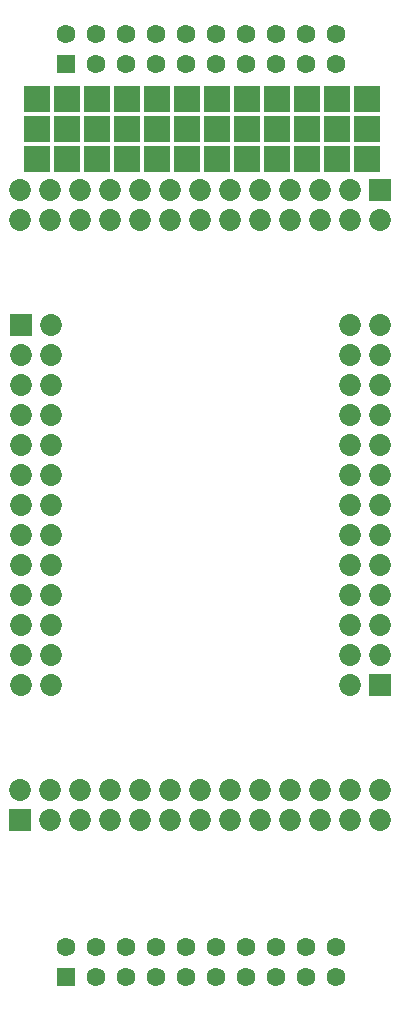
<source format=gbr>
%TF.GenerationSoftware,Altium Limited,Altium Designer,23.4.1 (23)*%
G04 Layer_Color=16711935*
%FSLAX45Y45*%
%MOMM*%
%TF.SameCoordinates,3C8645F9-427F-4EF9-BD5D-D69B0DC8593D*%
%TF.FilePolarity,Negative*%
%TF.FileFunction,Soldermask,Bot*%
%TF.Part,Single*%
G01*
G75*
%TA.AperFunction,ComponentPad*%
%ADD30C,1.85320*%
%ADD31R,1.85320X1.85320*%
%ADD32R,1.85320X1.85320*%
%TA.AperFunction,ViaPad*%
%ADD33R,2.20320X2.20320*%
%TA.AperFunction,ComponentPad*%
%ADD34R,1.59320X1.59320*%
%ADD35C,1.59320*%
D30*
X381000Y2976000D02*
D03*
X127000D02*
D03*
X381000Y3230000D02*
D03*
X127000D02*
D03*
X381000Y3484000D02*
D03*
X127000D02*
D03*
X381000Y3738000D02*
D03*
X127000D02*
D03*
X381000Y3992000D02*
D03*
X127000D02*
D03*
X381000Y4246000D02*
D03*
X127000D02*
D03*
X381000Y4500000D02*
D03*
X127000D02*
D03*
X381000Y4754000D02*
D03*
X127000D02*
D03*
X381000Y5008000D02*
D03*
X127000D02*
D03*
X381000Y5262000D02*
D03*
X127000D02*
D03*
X381000Y5516000D02*
D03*
X127000D02*
D03*
X381000Y5770000D02*
D03*
X127000D02*
D03*
X381000Y6024000D02*
D03*
X126000Y2087000D02*
D03*
X380000Y1833000D02*
D03*
Y2087000D02*
D03*
X634000Y1833000D02*
D03*
Y2087000D02*
D03*
X888000Y1833000D02*
D03*
Y2087000D02*
D03*
X1142000Y1833000D02*
D03*
Y2087000D02*
D03*
X1396000Y1833000D02*
D03*
Y2087000D02*
D03*
X1650000Y1833000D02*
D03*
Y2087000D02*
D03*
X1904000Y1833000D02*
D03*
Y2087000D02*
D03*
X2158000Y1833000D02*
D03*
Y2087000D02*
D03*
X2412000Y1833000D02*
D03*
Y2087000D02*
D03*
X2666000Y1833000D02*
D03*
Y2087000D02*
D03*
X2920000Y1833000D02*
D03*
Y2087000D02*
D03*
X3174000Y1833000D02*
D03*
Y2087000D02*
D03*
Y6913000D02*
D03*
X2920000Y7167000D02*
D03*
Y6913000D02*
D03*
X2666000Y7167000D02*
D03*
Y6913000D02*
D03*
X2412000Y7167000D02*
D03*
Y6913000D02*
D03*
X2158000Y7167000D02*
D03*
Y6913000D02*
D03*
X1904000Y7167000D02*
D03*
Y6913000D02*
D03*
X1650000Y7167000D02*
D03*
Y6913000D02*
D03*
X1396000Y7167000D02*
D03*
Y6913000D02*
D03*
X1142000Y7167000D02*
D03*
Y6913000D02*
D03*
X888000Y7167000D02*
D03*
Y6913000D02*
D03*
X634000Y7167000D02*
D03*
Y6913000D02*
D03*
X380000Y7167000D02*
D03*
Y6913000D02*
D03*
X126000Y7167000D02*
D03*
Y6913000D02*
D03*
X2919000Y2976000D02*
D03*
X3173000Y3230000D02*
D03*
X2919000D02*
D03*
X3173000Y3484000D02*
D03*
X2919000D02*
D03*
X3173000Y3738000D02*
D03*
X2919000D02*
D03*
X3173000Y3992000D02*
D03*
X2919000D02*
D03*
X3173000Y4246000D02*
D03*
X2919000D02*
D03*
X3173000Y4500000D02*
D03*
X2919000D02*
D03*
X3173000Y4754000D02*
D03*
X2919000D02*
D03*
X3173000Y5008000D02*
D03*
X2919000D02*
D03*
X3173000Y5262000D02*
D03*
X2919000D02*
D03*
X3173000Y5516000D02*
D03*
X2919000D02*
D03*
X3173000Y5770000D02*
D03*
X2919000D02*
D03*
X3173000Y6024000D02*
D03*
X2919000D02*
D03*
D31*
X127000D02*
D03*
X3173000Y2976000D02*
D03*
D32*
X126000Y1833000D02*
D03*
X3174000Y7167000D02*
D03*
D33*
X269875Y7429500D02*
D03*
X1031875D02*
D03*
X523875D02*
D03*
X777875D02*
D03*
X1285875D02*
D03*
X2047875D02*
D03*
X1793875D02*
D03*
X1539875D02*
D03*
X3063875D02*
D03*
X2809875D02*
D03*
X2301875D02*
D03*
X2555875D02*
D03*
X2301875Y7937500D02*
D03*
Y7683500D02*
D03*
X2555875D02*
D03*
Y7937500D02*
D03*
X3063875D02*
D03*
Y7683500D02*
D03*
X2809875D02*
D03*
Y7937500D02*
D03*
X1285875D02*
D03*
Y7683500D02*
D03*
X1539875D02*
D03*
Y7937500D02*
D03*
X2047875D02*
D03*
Y7683500D02*
D03*
X1793875D02*
D03*
Y7937500D02*
D03*
X777875D02*
D03*
Y7683500D02*
D03*
X1031875D02*
D03*
Y7937500D02*
D03*
X523875D02*
D03*
Y7683500D02*
D03*
X269875D02*
D03*
Y7937500D02*
D03*
D34*
X508000Y8238000D02*
D03*
Y508000D02*
D03*
D35*
Y8492000D02*
D03*
X762000Y8238000D02*
D03*
Y8492000D02*
D03*
X1016000Y8238000D02*
D03*
Y8492000D02*
D03*
X1270000Y8238000D02*
D03*
Y8492000D02*
D03*
X1524000Y8238000D02*
D03*
Y8492000D02*
D03*
X1778000Y8238000D02*
D03*
Y8492000D02*
D03*
X2032000Y8238000D02*
D03*
Y8492000D02*
D03*
X2286000Y8238000D02*
D03*
Y8492000D02*
D03*
X2540000Y8238000D02*
D03*
Y8492000D02*
D03*
X2794000Y8238000D02*
D03*
Y8492000D02*
D03*
X508000Y762000D02*
D03*
X762000Y508000D02*
D03*
Y762000D02*
D03*
X1016000Y508000D02*
D03*
Y762000D02*
D03*
X1270000Y508000D02*
D03*
Y762000D02*
D03*
X1524000Y508000D02*
D03*
Y762000D02*
D03*
X1778000Y508000D02*
D03*
Y762000D02*
D03*
X2032000Y508000D02*
D03*
Y762000D02*
D03*
X2286000Y508000D02*
D03*
Y762000D02*
D03*
X2540000Y508000D02*
D03*
Y762000D02*
D03*
X2794000Y508000D02*
D03*
Y762000D02*
D03*
%TF.MD5,ca9570264584736797e534c6cff285de*%
M02*

</source>
